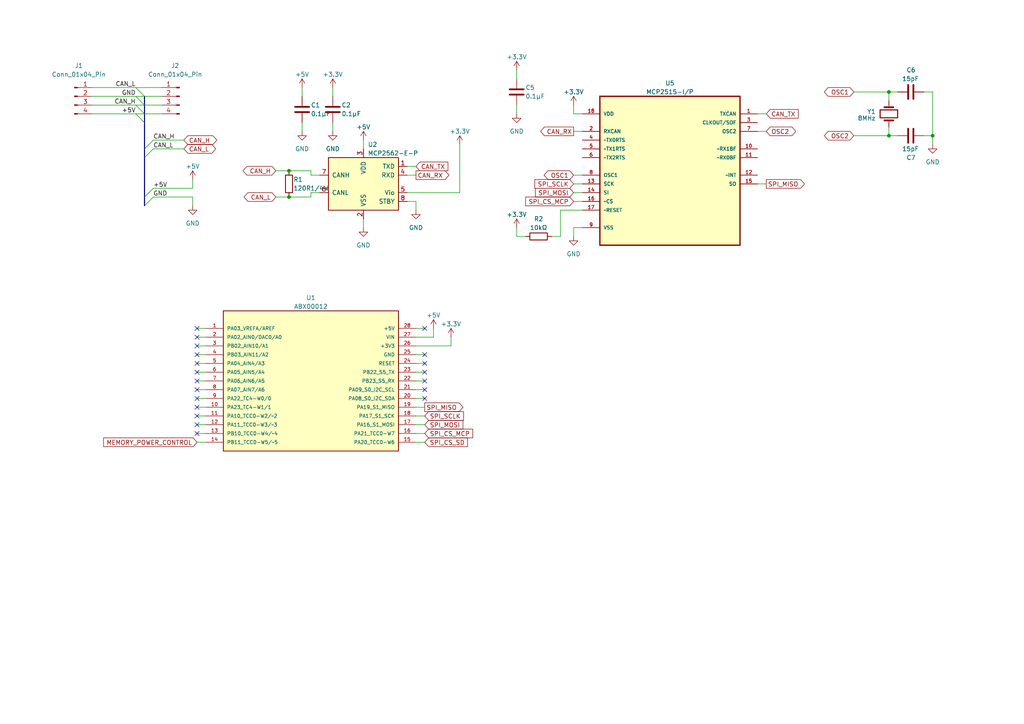
<source format=kicad_sch>
(kicad_sch (version 20230121) (generator eeschema)
  (paper "A4")
  (lib_symbols
    (symbol "ABX00012:ABX00012" (pin_names (offset 1.016))
      (property "Reference" "U" (at -25.4 21.082 0))
      (property "Value" "ABX00012" (at -25.4 -22.86 0))
      (symbol "ABX00012_0_0"
        (rectangle (start -25.4 -20.32) (end 25.4 20.32) (stroke (width 0.254)) (fill (type background)))
        (pin bidirectional line (at -30.48 15.24 0) (length 5.08) (name "PA03_VREFA/AREF") (number "1"))
        (pin bidirectional line (at -30.48 -7.62 0) (length 5.08) (name "PA23_TC4-W1/1") (number "10"))
        (pin bidirectional line (at -30.48 -10.16 0) (length 5.08) (name "PA10_TCC0-W2/~2") (number "11"))
        (pin bidirectional line (at -30.48 -12.7 0) (length 5.08) (name "PA11_TCC0-W3/~3") (number "12"))
        (pin bidirectional line (at -30.48 -15.24 0) (length 5.08) (name "PB10_TCC0-W4/~4") (number "13"))
        (pin bidirectional line (at -30.48 -17.78 0) (length 5.08) (name "PB11_TCC0-W5/~5") (number "14"))
        (pin bidirectional line (at 30.48 -17.78 180) (length 5.08) (name "PA20_TCC0-W6") (number "15"))
        (pin bidirectional line (at 30.48 -15.24 180) (length 5.08) (name "PA21_TCC0-W7") (number "16"))
        (pin bidirectional line (at 30.48 -12.7 180) (length 5.08) (name "PA16_S1_MOSI") (number "17"))
        (pin bidirectional line (at 30.48 -10.16 180) (length 5.08) (name "PA17_S1_SCK") (number "18"))
        (pin bidirectional line (at 30.48 -7.62 180) (length 5.08) (name "PA19_S1_MISO") (number "19"))
        (pin bidirectional line (at -30.48 12.7 0) (length 5.08) (name "PA02_AIN0/DAC0/A0") (number "2"))
        (pin bidirectional line (at 30.48 -5.08 180) (length 5.08) (name "PA08_S0_I2C_SDA") (number "20"))
        (pin bidirectional line (at 30.48 -2.54 180) (length 5.08) (name "PA09_S0_I2C_SCL") (number "21"))
        (pin bidirectional line (at 30.48 0 180) (length 5.08) (name "PB23_S5_RX") (number "22"))
        (pin bidirectional line (at 30.48 2.54 180) (length 5.08) (name "PB22_S5_TX") (number "23"))
        (pin input line (at 30.48 5.08 180) (length 5.08) (name "RESET") (number "24"))
        (pin power_in line (at 30.48 7.62 180) (length 5.08) (name "GND") (number "25"))
        (pin power_in line (at 30.48 10.16 180) (length 5.08) (name "+3V3") (number "26"))
        (pin power_in line (at 30.48 12.7 180) (length 5.08) (name "VIN") (number "27"))
        (pin power_in line (at 30.48 15.24 180) (length 5.08) (name "+5V") (number "28"))
        (pin bidirectional line (at -30.48 10.16 0) (length 5.08) (name "PB02_AIN10/A1") (number "3"))
        (pin bidirectional line (at -30.48 7.62 0) (length 5.08) (name "PB03_AIN11/A2") (number "4"))
        (pin bidirectional line (at -30.48 5.08 0) (length 5.08) (name "PA04_AIN4/A3") (number "5"))
        (pin bidirectional line (at -30.48 2.54 0) (length 5.08) (name "PA05_AIN5/A4") (number "6"))
        (pin bidirectional line (at -30.48 0 0) (length 5.08) (name "PA06_AIN6/A5") (number "7"))
        (pin bidirectional line (at -30.48 -2.54 0) (length 5.08) (name "PA07_AIN7/A6") (number "8"))
        (pin bidirectional line (at -30.48 -5.08 0) (length 5.08) (name "PA22_TC4-W0/0") (number "9"))
      )
    )
    (symbol "Connector:Conn_01x04_Pin" (pin_names (offset 1.016) hide)
      (property "Reference" "J" (at 0 5.08 0))
      (property "Value" "Conn_01x04_Pin" (at 0 -7.62 0))
      (symbol "Conn_01x04_Pin_1_1"
        (polyline (pts (xy 1.27 -5.08) (xy 0.8636 -5.08)) (stroke (width 0.1524)))
        (polyline (pts (xy 1.27 -2.54) (xy 0.8636 -2.54)) (stroke (width 0.1524)))
        (polyline (pts (xy 1.27 0) (xy 0.8636 0)) (stroke (width 0.1524)))
        (polyline (pts (xy 1.27 2.54) (xy 0.8636 2.54)) (stroke (width 0.1524)))
        (rectangle (start 0.8636 -4.953) (end 0 -5.207) (stroke (width 0.1524)) (fill (type outline)))
        (rectangle (start 0.8636 -2.413) (end 0 -2.667) (stroke (width 0.1524)) (fill (type outline)))
        (rectangle (start 0.8636 0.127) (end 0 -0.127) (stroke (width 0.1524)) (fill (type outline)))
        (rectangle (start 0.8636 2.667) (end 0 2.413) (stroke (width 0.1524)) (fill (type outline)))
        (pin passive line (at 5.08 2.54 180) (length 3.81) (name "Pin_1") (number "1"))
        (pin passive line (at 5.08 0 180) (length 3.81) (name "Pin_2") (number "2"))
        (pin passive line (at 5.08 -2.54 180) (length 3.81) (name "Pin_3") (number "3"))
        (pin passive line (at 5.08 -5.08 180) (length 3.81) (name "Pin_4") (number "4"))
      )
    )
    (symbol "Device:C" (pin_numbers hide) (pin_names (offset 0.254))
      (property "Reference" "C" (at 0.635 2.54 0))
      (property "Value" "C" (at 0.635 -2.54 0))
      (symbol "C_0_1"
        (polyline (pts (xy -2.032 -0.762) (xy 2.032 -0.762)) (stroke (width 0.508)))
        (polyline (pts (xy -2.032 0.762) (xy 2.032 0.762)) (stroke (width 0.508)))
      )
      (symbol "C_1_1"
        (pin passive line (at 0 3.81 270) (length 2.794) (name "~") (number "1"))
        (pin passive line (at 0 -3.81 90) (length 2.794) (name "~") (number "2"))
      )
    )
    (symbol "Device:Crystal" (pin_numbers hide) (pin_names (offset 1.016) hide)
      (property "Reference" "Y" (at 0 3.81 0))
      (property "Value" "Crystal" (at 0 -3.81 0))
      (symbol "Crystal_0_1"
        (rectangle (start -1.143 2.54) (end 1.143 -2.54) (stroke (width 0.3048)))
        (polyline (pts (xy -2.54 0) (xy -1.905 0)))
        (polyline (pts (xy -1.905 -1.27) (xy -1.905 1.27)) (stroke (width 0.508)))
        (polyline (pts (xy 1.905 -1.27) (xy 1.905 1.27)) (stroke (width 0.508)))
        (polyline (pts (xy 2.54 0) (xy 1.905 0)))
      )
      (symbol "Crystal_1_1"
        (pin passive line (at -3.81 0 0) (length 1.27) (name "1") (number "1"))
        (pin passive line (at 3.81 0 180) (length 1.27) (name "2") (number "2"))
      )
    )
    (symbol "Device:R" (pin_numbers hide) (pin_names (offset 0))
      (property "Reference" "R" (at 2.032 0 90))
      (property "Value" "R" (at 0 0 90))
      (symbol "R_0_1"
        (rectangle (start -1.016 -2.54) (end 1.016 2.54) (stroke (width 0.254)))
      )
      (symbol "R_1_1"
        (pin passive line (at 0 3.81 270) (length 1.27) (name "~") (number "1"))
        (pin passive line (at 0 -3.81 90) (length 1.27) (name "~") (number "2"))
      )
    )
    (symbol "Interface_CAN_LIN:MCP2562-E-P" (pin_names (offset 1.016))
      (property "Reference" "U" (at -10.16 8.89 0))
      (property "Value" "MCP2562-E-P" (at 2.54 8.89 0))
      (symbol "MCP2562-E-P_0_1"
        (rectangle (start -10.16 7.62) (end 10.16 -7.62) (stroke (width 0.254)) (fill (type background)))
      )
      (symbol "MCP2562-E-P_1_1"
        (pin input line (at -12.7 5.08 0) (length 2.54) (name "TXD") (number "1"))
        (pin power_in line (at 0 -10.16 90) (length 2.54) (name "VSS") (number "2"))
        (pin power_in line (at 0 10.16 270) (length 2.54) (name "VDD") (number "3"))
        (pin output line (at -12.7 2.54 0) (length 2.54) (name "RXD") (number "4"))
        (pin power_in line (at -12.7 -2.54 0) (length 2.54) (name "Vio") (number "5"))
        (pin bidirectional line (at 12.7 -2.54 180) (length 2.54) (name "CANL") (number "6"))
        (pin bidirectional line (at 12.7 2.54 180) (length 2.54) (name "CANH") (number "7"))
        (pin input line (at -12.7 -5.08 0) (length 2.54) (name "STBY") (number "8"))
      )
    )
    (symbol "MCP2515-I_P:MCP2515-I{slash}P" (pin_names (offset 1.016))
      (property "Reference" "U" (at -5.1308 20.2692 0))
      (property "Value" "MCP2515-I{slash}P" (at -5.2324 -29.718 0))
      (symbol "MCP2515-I{slash}P_0_0"
        (rectangle (start -20.32 -25.4) (end 20.32 17.78) (stroke (width 0.4064)) (fill (type background)))
        (pin output line (at 25.4 12.7 180) (length 5.08) (name "TXCAN") (number "1"))
        (pin output line (at 25.4 2.54 180) (length 5.08) (name "~RX1BF") (number "10"))
        (pin output line (at 25.4 0 180) (length 5.08) (name "~RX0BF") (number "11"))
        (pin output line (at 25.4 -5.08 180) (length 5.08) (name "~INT") (number "12"))
        (pin input line (at -25.4 -7.62 0) (length 5.08) (name "SCK") (number "13"))
        (pin input line (at -25.4 -10.16 0) (length 5.08) (name "SI") (number "14"))
        (pin output line (at 25.4 -7.62 180) (length 5.08) (name "SO") (number "15"))
        (pin input line (at -25.4 -12.7 0) (length 5.08) (name "~CS") (number "16"))
        (pin input line (at -25.4 -15.24 0) (length 5.08) (name "~RESET") (number "17"))
        (pin power_in line (at -25.4 12.7 0) (length 5.08) (name "VDD") (number "18"))
        (pin input line (at -25.4 7.62 0) (length 5.08) (name "RXCAN") (number "2"))
        (pin output line (at 25.4 10.16 180) (length 5.08) (name "CLKOUT/SOF") (number "3"))
        (pin input line (at -25.4 5.08 0) (length 5.08) (name "~TX0RTS") (number "4"))
        (pin input line (at -25.4 2.54 0) (length 5.08) (name "~TX1RTS") (number "5"))
        (pin input line (at -25.4 0 0) (length 5.08) (name "~TX2RTS") (number "6"))
        (pin output line (at 25.4 7.62 180) (length 5.08) (name "OSC2") (number "7"))
        (pin input line (at -25.4 -5.08 0) (length 5.08) (name "OSC1") (number "8"))
        (pin power_in line (at -25.4 -20.32 0) (length 5.08) (name "VSS") (number "9"))
      )
    )
    (symbol "power:+3.3V" (power) (pin_names (offset 0))
      (property "Value" "+3.3V" (at 0 3.556 0))
      (symbol "+3.3V_0_1"
        (polyline (pts (xy -0.762 1.27) (xy 0 2.54)))
        (polyline (pts (xy 0 0) (xy 0 2.54)))
        (polyline (pts (xy 0 2.54) (xy 0.762 1.27)))
      )
      (symbol "+3.3V_1_1"
        (pin power_in line (at 0 0 90) (length 0) hide (name "+3.3V") (number "1"))
      )
    )
    (symbol "power:+5V" (power) (pin_names (offset 0))
      (property "Value" "+5V" (at 0 3.556 0))
      (symbol "+5V_0_1"
        (polyline (pts (xy -0.762 1.27) (xy 0 2.54)))
        (polyline (pts (xy 0 0) (xy 0 2.54)))
        (polyline (pts (xy 0 2.54) (xy 0.762 1.27)))
      )
      (symbol "+5V_1_1"
        (pin power_in line (at 0 0 90) (length 0) hide (name "+5V") (number "1"))
      )
    )
    (symbol "power:GND" (power) (pin_names (offset 0))
      (property "Value" "GND" (at 0 -3.81 0))
      (symbol "GND_0_1"
        (polyline (pts (xy 0 0) (xy 0 -1.27) (xy 1.27 -1.27) (xy 0 -2.54) (xy -1.27 -1.27) (xy 0 -1.27)))
      )
      (symbol "GND_1_1"
        (pin power_in line (at 0 0 270) (length 0) hide (name "GND") (number "1"))
      )
    )
  )
  (junction (at 257.81 39.37))
  (junction (at 257.81 26.67))
  (junction (at 83.82 57.15))
  (junction (at 83.82 49.53))
  (junction (at 270.51 39.37))
  (no_connect (at 57.15 120.65))
  (no_connect (at 57.15 113.03))
  (no_connect (at 123.19 95.25))
  (no_connect (at 57.15 105.41))
  (no_connect (at 123.19 102.87))
  (no_connect (at 57.15 110.49))
  (no_connect (at 57.15 95.25))
  (no_connect (at 123.19 115.57))
  (no_connect (at 123.19 110.49))
  (no_connect (at 123.19 105.41))
  (no_connect (at 57.15 123.19))
  (no_connect (at 57.15 118.11))
  (no_connect (at 57.15 107.95))
  (no_connect (at 123.19 107.95))
  (no_connect (at 57.15 97.79))
  (no_connect (at 123.19 113.03))
  (no_connect (at 57.15 102.87))
  (no_connect (at 57.15 100.33))
  (no_connect (at 57.15 115.57))
  (no_connect (at 57.15 125.73))
  (bus_entry (at 41.91 57.15) (size 2.54 -2.54))
  (bus_entry (at 39.37 33.02) (size 2.54 2.54))
  (bus_entry (at 39.37 30.48) (size 2.54 2.54))
  (bus_entry (at 39.37 27.94) (size 2.54 2.54))
  (bus_entry (at 39.37 25.4) (size 2.54 2.54))
  (bus_entry (at 41.91 59.69) (size 2.54 -2.54))
  (bus_entry (at 41.91 45.72) (size 2.54 -2.54))
  (bus_entry (at 41.91 43.18) (size 2.54 -2.54))
  (wire (pts (xy 270.51 41.91) (xy 270.51 39.37)))
  (wire (pts (xy 219.71 53.34) (xy 222.25 53.34)))
  (wire (pts (xy 219.71 33.02) (xy 222.25 33.02)))
  (wire (pts (xy 46.99 27.94) (xy 41.91 27.94)))
  (wire (pts (xy 57.15 125.73) (xy 59.69 125.73)))
  (wire (pts (xy 166.37 55.88) (xy 168.91 55.88)))
  (wire (pts (xy 168.91 60.96) (xy 162.56 60.96)))
  (wire (pts (xy 44.45 40.64) (xy 53.34 40.64)))
  (wire (pts (xy 57.15 102.87) (xy 59.69 102.87)))
  (wire (pts (xy 120.65 100.33) (xy 130.81 100.33)))
  (wire (pts (xy 57.15 120.65) (xy 59.69 120.65)))
  (wire (pts (xy 120.65 113.03) (xy 123.19 113.03)))
  (wire (pts (xy 57.15 113.03) (xy 59.69 113.03)))
  (wire (pts (xy 270.51 39.37) (xy 270.51 26.67)))
  (wire (pts (xy 57.15 128.27) (xy 59.69 128.27)))
  (wire (pts (xy 120.65 102.87) (xy 123.19 102.87)))
  (wire (pts (xy 41.91 33.02) (xy 39.37 33.02)))
  (wire (pts (xy 257.81 39.37) (xy 260.35 39.37)))
  (bus (pts (xy 41.91 27.94) (xy 41.91 30.48)))
  (wire (pts (xy 57.15 118.11) (xy 59.69 118.11)))
  (bus (pts (xy 41.91 33.02) (xy 41.91 35.56)))
  (bus (pts (xy 41.91 30.48) (xy 41.91 33.02)))
  (bus (pts (xy 41.91 45.72) (xy 41.91 57.15)))
  (wire (pts (xy 41.91 27.94) (xy 39.37 27.94)))
  (wire (pts (xy 247.65 39.37) (xy 257.81 39.37)))
  (wire (pts (xy 120.65 58.42) (xy 120.65 60.96)))
  (wire (pts (xy 120.65 107.95) (xy 123.19 107.95)))
  (wire (pts (xy 87.63 25.4) (xy 87.63 27.94)))
  (wire (pts (xy 257.81 29.21) (xy 257.81 26.67)))
  (wire (pts (xy 166.37 66.04) (xy 168.91 66.04)))
  (wire (pts (xy 257.81 26.67) (xy 260.35 26.67)))
  (wire (pts (xy 120.65 105.41) (xy 123.19 105.41)))
  (wire (pts (xy 118.11 48.26) (xy 120.65 48.26)))
  (wire (pts (xy 257.81 36.83) (xy 257.81 39.37)))
  (wire (pts (xy 267.97 39.37) (xy 270.51 39.37)))
  (wire (pts (xy 26.67 25.4) (xy 39.37 25.4)))
  (wire (pts (xy 118.11 50.8) (xy 120.65 50.8)))
  (bus (pts (xy 41.91 57.15) (xy 41.91 59.69)))
  (wire (pts (xy 149.86 30.48) (xy 149.86 33.02)))
  (wire (pts (xy 120.65 125.73) (xy 123.19 125.73)))
  (wire (pts (xy 166.37 58.42) (xy 168.91 58.42)))
  (wire (pts (xy 55.88 54.61) (xy 44.45 54.61)))
  (wire (pts (xy 57.15 95.25) (xy 59.69 95.25)))
  (wire (pts (xy 80.01 49.53) (xy 83.82 49.53)))
  (wire (pts (xy 120.65 95.25) (xy 123.19 95.25)))
  (wire (pts (xy 57.15 97.79) (xy 59.69 97.79)))
  (wire (pts (xy 57.15 115.57) (xy 59.69 115.57)))
  (wire (pts (xy 55.88 52.07) (xy 55.88 54.61)))
  (wire (pts (xy 90.17 50.8) (xy 90.17 49.53)))
  (wire (pts (xy 26.67 27.94) (xy 39.37 27.94)))
  (wire (pts (xy 80.01 57.15) (xy 83.82 57.15)))
  (wire (pts (xy 41.91 30.48) (xy 39.37 30.48)))
  (wire (pts (xy 96.52 35.56) (xy 96.52 38.1)))
  (wire (pts (xy 39.37 25.4) (xy 46.99 25.4)))
  (wire (pts (xy 105.41 63.5) (xy 105.41 66.04)))
  (wire (pts (xy 57.15 100.33) (xy 59.69 100.33)))
  (wire (pts (xy 162.56 68.58) (xy 160.02 68.58)))
  (wire (pts (xy 120.65 118.11) (xy 123.19 118.11)))
  (wire (pts (xy 120.65 110.49) (xy 123.19 110.49)))
  (wire (pts (xy 166.37 50.8) (xy 168.91 50.8)))
  (wire (pts (xy 44.45 43.18) (xy 53.34 43.18)))
  (wire (pts (xy 267.97 26.67) (xy 270.51 26.67)))
  (wire (pts (xy 92.71 50.8) (xy 90.17 50.8)))
  (wire (pts (xy 166.37 38.1) (xy 168.91 38.1)))
  (wire (pts (xy 166.37 33.02) (xy 168.91 33.02)))
  (wire (pts (xy 166.37 53.34) (xy 168.91 53.34)))
  (wire (pts (xy 96.52 25.4) (xy 96.52 27.94)))
  (wire (pts (xy 26.67 33.02) (xy 39.37 33.02)))
  (wire (pts (xy 130.81 97.79) (xy 130.81 100.33)))
  (bus (pts (xy 41.91 35.56) (xy 41.91 43.18)))
  (wire (pts (xy 90.17 55.88) (xy 90.17 57.15)))
  (wire (pts (xy 247.65 26.67) (xy 257.81 26.67)))
  (wire (pts (xy 120.65 128.27) (xy 123.19 128.27)))
  (wire (pts (xy 57.15 107.95) (xy 59.69 107.95)))
  (wire (pts (xy 26.67 30.48) (xy 39.37 30.48)))
  (wire (pts (xy 57.15 110.49) (xy 59.69 110.49)))
  (wire (pts (xy 41.91 30.48) (xy 46.99 30.48)))
  (wire (pts (xy 125.73 95.25) (xy 125.73 97.79)))
  (wire (pts (xy 166.37 68.58) (xy 166.37 66.04)))
  (wire (pts (xy 57.15 123.19) (xy 59.69 123.19)))
  (wire (pts (xy 133.35 41.91) (xy 133.35 55.88)))
  (wire (pts (xy 162.56 60.96) (xy 162.56 68.58)))
  (wire (pts (xy 149.86 20.32) (xy 149.86 22.86)))
  (bus (pts (xy 41.91 43.18) (xy 41.91 45.72)))
  (wire (pts (xy 219.71 38.1) (xy 222.25 38.1)))
  (wire (pts (xy 83.82 57.15) (xy 90.17 57.15)))
  (wire (pts (xy 120.65 123.19) (xy 123.19 123.19)))
  (wire (pts (xy 41.91 33.02) (xy 46.99 33.02)))
  (wire (pts (xy 120.65 115.57) (xy 123.19 115.57)))
  (wire (pts (xy 55.88 57.15) (xy 44.45 57.15)))
  (wire (pts (xy 149.86 68.58) (xy 152.4 68.58)))
  (wire (pts (xy 105.41 40.64) (xy 105.41 43.18)))
  (wire (pts (xy 118.11 55.88) (xy 133.35 55.88)))
  (wire (pts (xy 118.11 58.42) (xy 120.65 58.42)))
  (wire (pts (xy 125.73 97.79) (xy 120.65 97.79)))
  (wire (pts (xy 57.15 105.41) (xy 59.69 105.41)))
  (wire (pts (xy 149.86 66.04) (xy 149.86 68.58)))
  (wire (pts (xy 92.71 55.88) (xy 90.17 55.88)))
  (wire (pts (xy 87.63 35.56) (xy 87.63 38.1)))
  (wire (pts (xy 83.82 49.53) (xy 90.17 49.53)))
  (wire (pts (xy 166.37 30.48) (xy 166.37 33.02)))
  (wire (pts (xy 120.65 120.65) (xy 123.19 120.65)))
  (wire (pts (xy 55.88 59.69) (xy 55.88 57.15)))
  (label "+5V" (at 39.37 33.02 180))
  (label "GND" (at 39.37 27.94 180))
  (label "CAN_L" (at 39.37 25.4 180))
  (label "CAN_H" (at 39.37 30.48 180))
  (label "GND" (at 44.45 57.15 0))
  (label "CAN_H" (at 44.45 40.64 0))
  (label "+5V" (at 44.45 54.61 0))
  (label "CAN_L" (at 44.45 43.18 0))
  (global_label "OSC1" (shape bidirectional) (at 247.65 26.67 180) (property "Intersheetrefs" "${INTERSHEET_REFS}" (effects hide)))
  (global_label "CAN_L" (shape bidirectional) (at 80.01 57.15 180) (property "Intersheetrefs" "${INTERSHEET_REFS}" (effects hide)))
  (global_label "CAN_RX" (shape output) (at 166.37 38.1 180) (property "Intersheetrefs" "${INTERSHEET_REFS}" (effects hide)))
  (global_label "OSC2" (shape bidirectional) (at 247.65 39.37 180) (property "Intersheetrefs" "${INTERSHEET_REFS}" (effects hide)))
  (global_label "SPI_SCLK" (shape input) (at 166.37 53.34 180) (property "Intersheetrefs" "${INTERSHEET_REFS}" (effects hide)))
  (global_label "SPI_MISO" (shape output) (at 222.25 53.34 0) (property "Intersheetrefs" "${INTERSHEET_REFS}" (effects hide)))
  (global_label "SPI_CS_SD" (shape input) (at 123.19 128.27 0) (property "Intersheetrefs" "${INTERSHEET_REFS}" (effects hide)))
  (global_label "CAN_TX" (shape input) (at 120.65 48.26 0) (property "Intersheetrefs" "${INTERSHEET_REFS}" (effects hide)))
  (global_label "SPI_SCLK" (shape input) (at 123.19 120.65 0) (property "Intersheetrefs" "${INTERSHEET_REFS}" (effects hide)))
  (global_label "CAN_H" (shape bidirectional) (at 80.01 49.53 180) (property "Intersheetrefs" "${INTERSHEET_REFS}" (effects hide)))
  (global_label "SPI_MOSI" (shape input) (at 166.37 55.88 180) (property "Intersheetrefs" "${INTERSHEET_REFS}" (effects hide)))
  (global_label "OSC1" (shape bidirectional) (at 166.37 50.8 180) (property "Intersheetrefs" "${INTERSHEET_REFS}" (effects hide)))
  (global_label "CAN_RX" (shape output) (at 120.65 50.8 0) (property "Intersheetrefs" "${INTERSHEET_REFS}" (effects hide)))
  (global_label "CAN_L" (shape bidirectional) (at 53.34 43.18 0) (property "Intersheetrefs" "${INTERSHEET_REFS}" (effects hide)))
  (global_label "SPI_CS_MCP" (shape input) (at 123.19 125.73 0) (property "Intersheetrefs" "${INTERSHEET_REFS}" (effects hide)))
  (global_label "SPI_MISO" (shape output) (at 123.19 118.11 0) (property "Intersheetrefs" "${INTERSHEET_REFS}" (effects hide)))
  (global_label "SPI_MOSI" (shape input) (at 123.19 123.19 0) (property "Intersheetrefs" "${INTERSHEET_REFS}" (effects hide)))
  (global_label "SPI_CS_MCP" (shape input) (at 166.37 58.42 180) (property "Intersheetrefs" "${INTERSHEET_REFS}" (effects hide)))
  (global_label "MEMORY_POWER_CONTROL" (shape input) (at 57.15 128.27 180) (property "Intersheetrefs" "${INTERSHEET_REFS}" (effects hide)))
  (global_label "CAN_TX" (shape input) (at 222.25 33.02 0) (property "Intersheetrefs" "${INTERSHEET_REFS}" (effects hide)))
  (global_label "OSC2" (shape bidirectional) (at 222.25 38.1 0) (property "Intersheetrefs" "${INTERSHEET_REFS}" (effects hide)))
  (global_label "CAN_H" (shape bidirectional) (at 53.34 40.64 0) (property "Intersheetrefs" "${INTERSHEET_REFS}" (effects hide)))
  (symbol (lib_id "power:GND") (at 149.86 33.02 0) (unit 1)
    (property "Reference" "#PWR016" (effects hide))
    (property "Value" "GND" (at 149.86 38.1 0))
  )
  (symbol (lib_id "Device:R") (at 156.21 68.58 90) (unit 1)
    (property "Reference" "R2" (at 156.21 63.5 90))
    (property "Value" "10kΩ" (at 156.21 66.04 90))
  )
  (symbol (lib_id "Device:C") (at 264.16 39.37 270) (mirror x) (unit 1)
    (property "Reference" "C7" (at 262.89 45.72 90) (effects (justify left)))
    (property "Value" "15pF" (at 261.62 43.18 90) (effects (justify left)))
    (property "Footprint" "Capacitor_SMD:C_0805_2012Metric_Pad1.18x1.45mm_HandSolder" (effects hide))
  )
  (symbol (lib_id "Device:C") (at 96.52 31.75 0) (unit 1)
    (property "Reference" "C2" (at 99.06 30.48 0) (effects (justify left)))
    (property "Value" "0.1μF" (at 99.06 33.02 0) (effects (justify left)))
    (property "Footprint" "Capacitor_SMD:C_0805_2012Metric_Pad1.18x1.45mm_HandSolder" (effects hide))
  )
  (symbol (lib_id "power:+3.3V") (at 96.52 25.4 0) (unit 1)
    (property "Reference" "#PWR07" (effects hide))
    (property "Value" "+3.3V" (at 96.52 21.59 0))
  )
  (symbol (lib_id "Connector:Conn_01x04_Pin") (at 21.59 27.94 0) (unit 1)
    (property "Reference" "J1" (at 22.86 19.05 0))
    (property "Value" "Conn_01x04_Pin" (at 22.86 21.59 0))
    (property "Footprint" "Connector_JST:JST_XH_S4B-XH-A_1x04_P2.50mm_Horizontal" (effects hide))
  )
  (symbol (lib_id "Interface_CAN_LIN:MCP2562-E-P") (at 105.41 53.34 0) (mirror y) (unit 1)
    (property "Reference" "U2" (at 106.68 41.91 0) (effects (justify right)))
    (property "Value" "MCP2562-E-P" (at 106.68 44.45 0) (effects (justify right)))
    (property "Footprint" "Package_DIP:DIP-8_W7.62mm" (effects hide))
    (property "Datasheet" "http://ww1.microchip.com/downloads/en/DeviceDoc/25167A.pdf" (effects hide))
  )
  (symbol (lib_id "Device:C") (at 149.86 26.67 0) (unit 1)
    (property "Reference" "C5" (at 152.4 25.4 0) (effects (justify left)))
    (property "Value" "0.1μF" (at 152.4 27.94 0) (effects (justify left)))
    (property "Footprint" "Capacitor_SMD:C_0805_2012Metric_Pad1.18x1.45mm_HandSolder" (effects hide))
  )
  (symbol (lib_id "power:+5V") (at 87.63 25.4 0) (unit 1)
    (property "Reference" "#PWR03" (effects hide))
    (property "Value" "+5V" (at 87.63 21.59 0))
  )
  (symbol (lib_id "power:GND") (at 270.51 41.91 0) (unit 1)
    (property "Reference" "#PWR022" (effects hide))
    (property "Value" "GND" (at 270.51 46.99 0))
  )
  (symbol (lib_id "Device:C") (at 87.63 31.75 0) (unit 1)
    (property "Reference" "C1" (at 90.17 30.48 0) (effects (justify left)))
    (property "Value" "0.1μF" (at 90.17 33.02 0) (effects (justify left)))
    (property "Footprint" "Capacitor_SMD:C_0805_2012Metric_Pad1.18x1.45mm_HandSolder" (effects hide))
  )
  (symbol (lib_id "power:+5V") (at 55.88 52.07 0) (unit 1)
    (property "Reference" "#PWR01" (effects hide))
    (property "Value" "+5V" (at 55.88 48.26 0))
  )
  (symbol (lib_id "power:GND") (at 120.65 60.96 0) (unit 1)
    (property "Reference" "#PWR012" (effects hide))
    (property "Value" "GND" (at 120.65 66.04 0))
  )
  (symbol (lib_id "power:GND") (at 166.37 68.58 0) (unit 1)
    (property "Reference" "#PWR019" (effects hide))
    (property "Value" "GND" (at 166.37 73.66 0))
  )
  (symbol (lib_id "Connector:Conn_01x04_Pin") (at 52.07 27.94 0) (mirror y) (unit 1)
    (property "Reference" "J2" (at 50.8 19.05 0))
    (property "Value" "Conn_01x04_Pin" (at 50.8 21.59 0))
    (property "Footprint" "Connector_JST:JST_XH_S4B-XH-A_1x04_P2.50mm_Horizontal" (effects hide))
  )
  (symbol (lib_id "ABX00012:ABX00012") (at 90.17 110.49 0) (unit 1)
    (property "Reference" "U1" (at 90.17 86.36 0))
    (property "Value" "ABX00012" (at 90.17 88.9 0))
    (property "Footprint" "ARDUINO_ABX00012" (effects hide))
    (property "STANDARD" "Manufacturer Recommendations" (effects hide))
    (property "PARTREV" "5" (effects hide))
    (property "MANUFACTURER" "Arduino" (effects hide))
  )
  (symbol (lib_id "power:+3.3V") (at 149.86 66.04 0) (unit 1)
    (property "Reference" "#PWR017" (effects hide))
    (property "Value" "+3.3V" (at 149.86 62.23 0))
  )
  (symbol (lib_id "power:+3.3V") (at 133.35 41.91 0) (unit 1)
    (property "Reference" "#PWR014" (effects hide))
    (property "Value" "+3.3V" (at 133.35 38.1 0))
  )
  (symbol (lib_id "power:+5V") (at 125.73 95.25 0) (unit 1)
    (property "Reference" "#PWR05" (effects hide))
    (property "Value" "+5V" (at 125.73 91.44 0))
  )
  (symbol (lib_id "power:GND") (at 105.41 66.04 0) (unit 1)
    (property "Reference" "#PWR010" (effects hide))
    (property "Value" "GND" (at 105.41 71.12 0))
  )
  (symbol (lib_id "Device:Crystal") (at 257.81 33.02 270) (mirror x) (unit 1)
    (property "Reference" "Y1" (at 254 32.385 90) (effects (justify right)))
    (property "Value" "8MHz" (at 254 34.29 90) (effects (justify right)))
    (property "Footprint" "Crystal:Crystal_HC49-U_Vertical" (effects hide))
  )
  (symbol (lib_id "power:GND") (at 87.63 38.1 0) (unit 1)
    (property "Reference" "#PWR04" (effects hide))
    (property "Value" "GND" (at 87.63 43.18 0))
  )
  (symbol (lib_id "MCP2515-I_P:MCP2515-I{slash}P") (at 194.31 45.72 0) (unit 1)
    (property "Reference" "U5" (at 194.31 24.13 0))
    (property "Value" "MCP2515-I/P" (at 194.31 26.67 0))
    (property "Footprint" "Package_DIP:DIP-18_W7.62mm" (effects hide))
    (property "MPN" "MCP2515-I/P" (effects hide))
    (property "OC_FARNELL" "1439391" (effects hide))
    (property "PACKAGE" "PDIP-18" (effects hide))
    (property "SUPPLIER" "MICROCHIP" (effects hide))
    (property "DESCRIPTION" "CAN CONTRL" (effects hide))
    (property "OC_NEWARK" "61K2945" (effects hide))
  )
  (symbol (lib_id "Device:C") (at 264.16 26.67 270) (mirror x) (unit 1)
    (property "Reference" "C6" (at 262.89 20.32 90) (effects (justify left)))
    (property "Value" "15pF" (at 261.62 22.86 90) (effects (justify left)))
    (property "Footprint" "Capacitor_SMD:C_0805_2012Metric_Pad1.18x1.45mm_HandSolder" (effects hide))
  )
  (symbol (lib_id "power:GND") (at 55.88 59.69 0) (mirror y) (unit 1)
    (property "Reference" "#PWR02" (effects hide))
    (property "Value" "GND" (at 55.88 64.77 0))
  )
  (symbol (lib_id "Device:R") (at 83.82 53.34 0) (unit 1)
    (property "Reference" "R1" (at 85.09 52.07 0) (effects (justify left)))
    (property "Value" "120R1/4W" (at 85.09 54.61 0) (effects (justify left)))
    (property "Footprint" "Resistor_SMD:R_0805_2012Metric_Pad1.20x1.40mm_HandSolder" (effects hide))
  )
  (symbol (lib_id "power:+3.3V") (at 166.37 30.48 0) (unit 1)
    (property "Reference" "#PWR018" (effects hide))
    (property "Value" "+3.3V" (at 166.37 26.67 0))
  )
  (symbol (lib_id "power:+3.3V") (at 130.81 97.79 0) (unit 1)
    (property "Reference" "#PWR06" (effects hide))
    (property "Value" "+3.3V" (at 130.81 93.98 0))
  )
  (symbol (lib_id "power:+5V") (at 105.41 40.64 0) (unit 1)
    (property "Reference" "#PWR09" (effects hide))
    (property "Value" "+5V" (at 105.41 36.83 0))
  )
  (symbol (lib_id "power:+3.3V") (at 149.86 20.32 0) (unit 1)
    (property "Reference" "#PWR015" (effects hide))
    (property "Value" "+3.3V" (at 149.86 16.51 0))
  )
  (symbol (lib_id "power:GND") (at 96.52 38.1 0) (unit 1)
    (property "Reference" "#PWR08" (effects hide))
    (property "Value" "GND" (at 96.52 43.18 0))
  )
)
</source>
